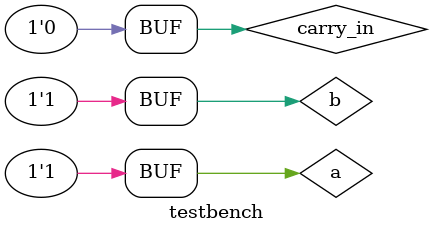
<source format=v>
module testbench;

// input and output test signals
reg a, b, carry_in;

wire carry_out, sum;

// creating the instance of the module we want to test
ex1 fa(a, b, carry_in, sum, carry_out);

initial
begin
a = 1'b0;
b = 1'b1;
carry_in = 1'b0;
#5; // pause (5 units of delay )
carry_in = 1'b1;
#5;
a = 1'b1;
b = 1'b0;
#5;
carry_in = 1'b0;
#5
a = 1'b0;
b = 1'b0;
#5
carry_in = 1'b1;
#5
a = 1'b1;
b = 1'b1;
#5;
carry_in = 1'b0;
end

// print signal values on every change
initial
$monitor("a= %b b = %b carry_in = %b sum = %b carry_out = %b", a, b, carry_in, sum, carry_out);

initial
$dumpvars;

endmodule
</source>
